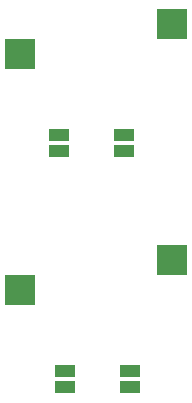
<source format=gbp>
%TF.GenerationSoftware,KiCad,Pcbnew,9.0.7*%
%TF.CreationDate,2026-03-07T10:30:55+01:00*%
%TF.ProjectId,confnicebadge,636f6e66-6e69-4636-9562-616467652e6b,rev?*%
%TF.SameCoordinates,Original*%
%TF.FileFunction,Paste,Bot*%
%TF.FilePolarity,Positive*%
%FSLAX46Y46*%
G04 Gerber Fmt 4.6, Leading zero omitted, Abs format (unit mm)*
G04 Created by KiCad (PCBNEW 9.0.7) date 2026-03-07 10:30:55*
%MOMM*%
%LPD*%
G01*
G04 APERTURE LIST*
%ADD10R,2.550000X2.500000*%
%ADD11R,1.700000X1.000000*%
G04 APERTURE END LIST*
D10*
%TO.C,SW1*%
X124342000Y-68920000D03*
X111415000Y-71460000D03*
%TD*%
%TO.C,SW2b1*%
X124342000Y-48920000D03*
X111415000Y-51460000D03*
%TD*%
D11*
%TO.C,LED1*%
X120250000Y-58300000D03*
X120250000Y-59700000D03*
X114750000Y-59700000D03*
X114750000Y-58300000D03*
%TD*%
%TO.C,LED2*%
X120750000Y-78300000D03*
X120750000Y-79700000D03*
X115250000Y-79700000D03*
X115250000Y-78300000D03*
%TD*%
M02*

</source>
